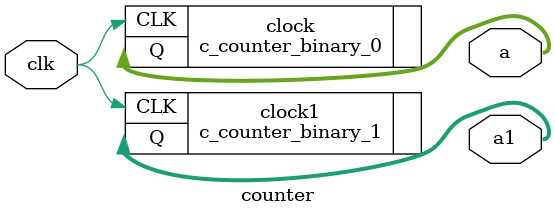
<source format=v>
`timescale 1ns / 1ps


module counter(
input wire clk,
output [7:0]a,
output [15:0]a1
    );
    c_counter_binary_0 clock (
  .CLK(clk),  // input wire CLK
  .Q(a)      // output wire [7 : 0] Q
);
c_counter_binary_1 clock1 (
  .CLK(clk),  // input wire CLK
  .Q(a1)      // output wire [15 : 0] Q
);
endmodule

</source>
